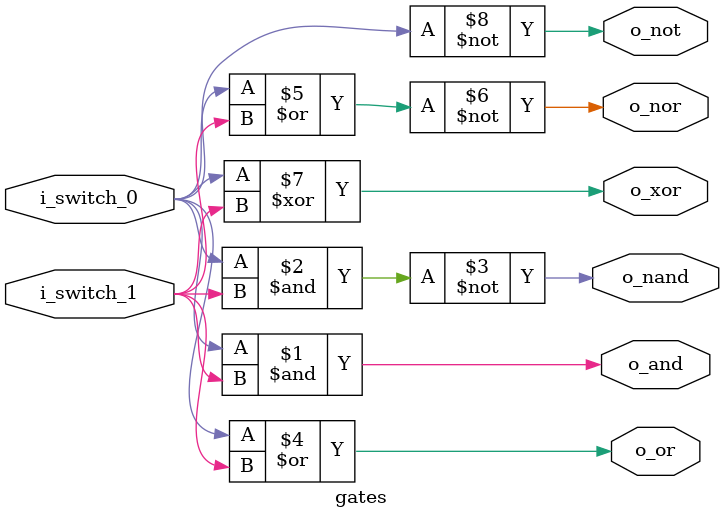
<source format=v>
`timescale 1ns / 1ps

module gates(
    input i_switch_0, i_switch_1,
    output o_and, o_nand, o_or, o_nor, o_xor, o_not
    );

    // assign : 연속 할당문
    assign o_and    =   i_switch_0 & i_switch_1;
    assign o_nand   =   ~(i_switch_0 & i_switch_1);
    assign o_or     =   i_switch_0 | i_switch_1;
    assign o_nor    =   ~(i_switch_0 | i_switch_1);
    assign o_xor    =   i_switch_0 ^ i_switch_1;
    assign o_not    =   ~i_switch_0;
    

endmodule

</source>
